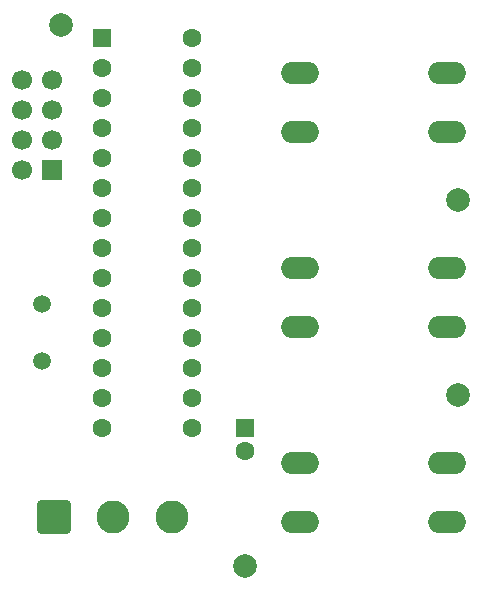
<source format=gbr>
%TF.GenerationSoftware,KiCad,Pcbnew,9.0.3*%
%TF.CreationDate,2025-07-13T14:18:37+05:30*%
%TF.ProjectId,lighting_pcb_tht,6c696768-7469-46e6-975f-7063625f7468,rev?*%
%TF.SameCoordinates,Original*%
%TF.FileFunction,Soldermask,Bot*%
%TF.FilePolarity,Negative*%
%FSLAX46Y46*%
G04 Gerber Fmt 4.6, Leading zero omitted, Abs format (unit mm)*
G04 Created by KiCad (PCBNEW 9.0.3) date 2025-07-13 14:18:37*
%MOMM*%
%LPD*%
G01*
G04 APERTURE LIST*
G04 Aperture macros list*
%AMRoundRect*
0 Rectangle with rounded corners*
0 $1 Rounding radius*
0 $2 $3 $4 $5 $6 $7 $8 $9 X,Y pos of 4 corners*
0 Add a 4 corners polygon primitive as box body*
4,1,4,$2,$3,$4,$5,$6,$7,$8,$9,$2,$3,0*
0 Add four circle primitives for the rounded corners*
1,1,$1+$1,$2,$3*
1,1,$1+$1,$4,$5*
1,1,$1+$1,$6,$7*
1,1,$1+$1,$8,$9*
0 Add four rect primitives between the rounded corners*
20,1,$1+$1,$2,$3,$4,$5,0*
20,1,$1+$1,$4,$5,$6,$7,0*
20,1,$1+$1,$6,$7,$8,$9,0*
20,1,$1+$1,$8,$9,$2,$3,0*%
G04 Aperture macros list end*
%ADD10C,2.000000*%
%ADD11O,3.200000X1.900000*%
%ADD12R,1.600000X1.600000*%
%ADD13C,1.600000*%
%ADD14R,1.700000X1.700000*%
%ADD15C,1.700000*%
%ADD16RoundRect,0.250001X-1.149999X-1.149999X1.149999X-1.149999X1.149999X1.149999X-1.149999X1.149999X0*%
%ADD17C,2.800000*%
%ADD18RoundRect,0.250000X-0.550000X-0.550000X0.550000X-0.550000X0.550000X0.550000X-0.550000X0.550000X0*%
%ADD19C,1.500000*%
G04 APERTURE END LIST*
D10*
%TO.C,H3*%
X39000000Y-33250000D03*
%TD*%
%TO.C,H4*%
X21000000Y-47770000D03*
%TD*%
D11*
%TO.C,SW3*%
X25600000Y-39010000D03*
X38100000Y-39010000D03*
X25600000Y-44010000D03*
X38100000Y-44010000D03*
%TD*%
%TO.C,SW2*%
X25600000Y-22510000D03*
X38100000Y-22510000D03*
X25600000Y-27510000D03*
X38100000Y-27510000D03*
%TD*%
D12*
%TO.C,C3*%
X21000000Y-36050000D03*
D13*
X21000000Y-38050000D03*
%TD*%
D14*
%TO.C,J2*%
X4600000Y-14200000D03*
D15*
X2060000Y-14200000D03*
X4600000Y-11660000D03*
X2060000Y-11660000D03*
X4600000Y-9120000D03*
X2060000Y-9120000D03*
X4600000Y-6580000D03*
X2060000Y-6580000D03*
%TD*%
D16*
%TO.C,J1*%
X4790000Y-43610000D03*
D17*
X9790000Y-43610000D03*
X14790000Y-43610000D03*
%TD*%
D18*
%TO.C,U1*%
X8890000Y-3050000D03*
D13*
X8890000Y-5590000D03*
X8890000Y-8130000D03*
X8890000Y-10670000D03*
X8890000Y-13210000D03*
X8890000Y-15750000D03*
X8890000Y-18290000D03*
X8890000Y-20830000D03*
X8890000Y-23370000D03*
X8890000Y-25910000D03*
X8890000Y-28450000D03*
X8890000Y-30990000D03*
X8890000Y-33530000D03*
X8890000Y-36070000D03*
X16510000Y-36070000D03*
X16510000Y-33530000D03*
X16510000Y-30990000D03*
X16510000Y-28450000D03*
X16510000Y-25910000D03*
X16510000Y-23370000D03*
X16510000Y-20830000D03*
X16510000Y-18290000D03*
X16510000Y-15750000D03*
X16510000Y-13210000D03*
X16510000Y-10670000D03*
X16510000Y-8130000D03*
X16510000Y-5590000D03*
X16510000Y-3050000D03*
%TD*%
D10*
%TO.C,H2*%
X39000000Y-16750000D03*
%TD*%
%TO.C,H1*%
X5370000Y-2000000D03*
%TD*%
D11*
%TO.C,SW1*%
X25600000Y-6000000D03*
X38100000Y-6000000D03*
X25600000Y-11000000D03*
X38100000Y-11000000D03*
%TD*%
D19*
%TO.C,Y1*%
X3790000Y-25540000D03*
X3790000Y-30420000D03*
%TD*%
M02*

</source>
